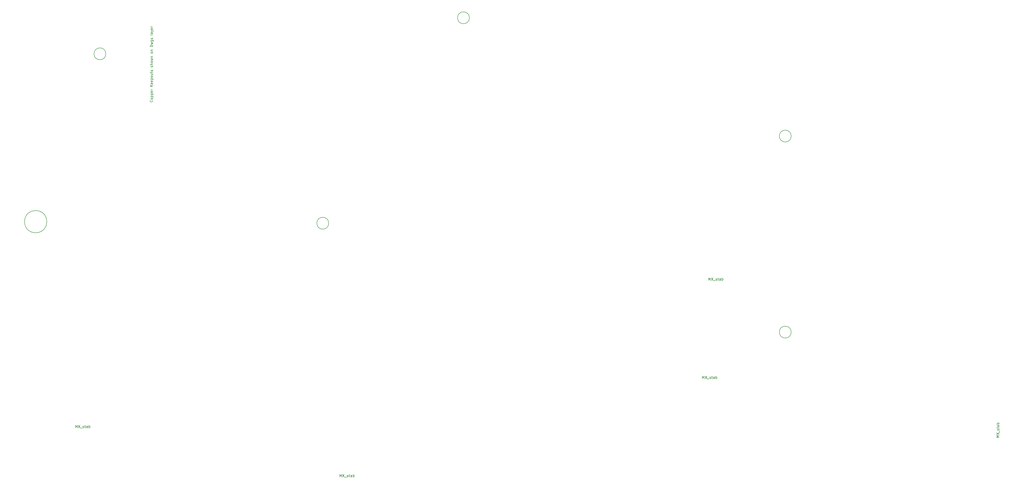
<source format=gbr>
%TF.GenerationSoftware,KiCad,Pcbnew,8.0.2*%
%TF.CreationDate,2024-06-15T15:47:28-07:00*%
%TF.ProjectId,dimension-PCB,64696d65-6e73-4696-9f6e-2d5043422e6b,rev?*%
%TF.SameCoordinates,Original*%
%TF.FileFunction,Other,Comment*%
%FSLAX46Y46*%
G04 Gerber Fmt 4.6, Leading zero omitted, Abs format (unit mm)*
G04 Created by KiCad (PCBNEW 8.0.2) date 2024-06-15 15:47:28*
%MOMM*%
%LPD*%
G01*
G04 APERTURE LIST*
%ADD10C,0.150000*%
G04 APERTURE END LIST*
D10*
X75570535Y-212412819D02*
X75570535Y-211412819D01*
X75570535Y-211412819D02*
X75903868Y-212127104D01*
X75903868Y-212127104D02*
X76237201Y-211412819D01*
X76237201Y-211412819D02*
X76237201Y-212412819D01*
X76618154Y-211412819D02*
X77284820Y-212412819D01*
X77284820Y-211412819D02*
X76618154Y-212412819D01*
X77427678Y-212508057D02*
X78189582Y-212508057D01*
X78380059Y-212365200D02*
X78475297Y-212412819D01*
X78475297Y-212412819D02*
X78665773Y-212412819D01*
X78665773Y-212412819D02*
X78761011Y-212365200D01*
X78761011Y-212365200D02*
X78808630Y-212269961D01*
X78808630Y-212269961D02*
X78808630Y-212222342D01*
X78808630Y-212222342D02*
X78761011Y-212127104D01*
X78761011Y-212127104D02*
X78665773Y-212079485D01*
X78665773Y-212079485D02*
X78522916Y-212079485D01*
X78522916Y-212079485D02*
X78427678Y-212031866D01*
X78427678Y-212031866D02*
X78380059Y-211936628D01*
X78380059Y-211936628D02*
X78380059Y-211889009D01*
X78380059Y-211889009D02*
X78427678Y-211793771D01*
X78427678Y-211793771D02*
X78522916Y-211746152D01*
X78522916Y-211746152D02*
X78665773Y-211746152D01*
X78665773Y-211746152D02*
X78761011Y-211793771D01*
X79094345Y-211746152D02*
X79475297Y-211746152D01*
X79237202Y-211412819D02*
X79237202Y-212269961D01*
X79237202Y-212269961D02*
X79284821Y-212365200D01*
X79284821Y-212365200D02*
X79380059Y-212412819D01*
X79380059Y-212412819D02*
X79475297Y-212412819D01*
X80237202Y-212412819D02*
X80237202Y-211889009D01*
X80237202Y-211889009D02*
X80189583Y-211793771D01*
X80189583Y-211793771D02*
X80094345Y-211746152D01*
X80094345Y-211746152D02*
X79903869Y-211746152D01*
X79903869Y-211746152D02*
X79808631Y-211793771D01*
X80237202Y-212365200D02*
X80141964Y-212412819D01*
X80141964Y-212412819D02*
X79903869Y-212412819D01*
X79903869Y-212412819D02*
X79808631Y-212365200D01*
X79808631Y-212365200D02*
X79761012Y-212269961D01*
X79761012Y-212269961D02*
X79761012Y-212174723D01*
X79761012Y-212174723D02*
X79808631Y-212079485D01*
X79808631Y-212079485D02*
X79903869Y-212031866D01*
X79903869Y-212031866D02*
X80141964Y-212031866D01*
X80141964Y-212031866D02*
X80237202Y-211984247D01*
X80713393Y-212412819D02*
X80713393Y-211412819D01*
X80713393Y-211793771D02*
X80808631Y-211746152D01*
X80808631Y-211746152D02*
X80999107Y-211746152D01*
X80999107Y-211746152D02*
X81094345Y-211793771D01*
X81094345Y-211793771D02*
X81141964Y-211841390D01*
X81141964Y-211841390D02*
X81189583Y-211936628D01*
X81189583Y-211936628D02*
X81189583Y-212222342D01*
X81189583Y-212222342D02*
X81141964Y-212317580D01*
X81141964Y-212317580D02*
X81094345Y-212365200D01*
X81094345Y-212365200D02*
X80999107Y-212412819D01*
X80999107Y-212412819D02*
X80808631Y-212412819D01*
X80808631Y-212412819D02*
X80713393Y-212365200D01*
X318458035Y-193362819D02*
X318458035Y-192362819D01*
X318458035Y-192362819D02*
X318791368Y-193077104D01*
X318791368Y-193077104D02*
X319124701Y-192362819D01*
X319124701Y-192362819D02*
X319124701Y-193362819D01*
X319505654Y-192362819D02*
X320172320Y-193362819D01*
X320172320Y-192362819D02*
X319505654Y-193362819D01*
X320315178Y-193458057D02*
X321077082Y-193458057D01*
X321267559Y-193315200D02*
X321362797Y-193362819D01*
X321362797Y-193362819D02*
X321553273Y-193362819D01*
X321553273Y-193362819D02*
X321648511Y-193315200D01*
X321648511Y-193315200D02*
X321696130Y-193219961D01*
X321696130Y-193219961D02*
X321696130Y-193172342D01*
X321696130Y-193172342D02*
X321648511Y-193077104D01*
X321648511Y-193077104D02*
X321553273Y-193029485D01*
X321553273Y-193029485D02*
X321410416Y-193029485D01*
X321410416Y-193029485D02*
X321315178Y-192981866D01*
X321315178Y-192981866D02*
X321267559Y-192886628D01*
X321267559Y-192886628D02*
X321267559Y-192839009D01*
X321267559Y-192839009D02*
X321315178Y-192743771D01*
X321315178Y-192743771D02*
X321410416Y-192696152D01*
X321410416Y-192696152D02*
X321553273Y-192696152D01*
X321553273Y-192696152D02*
X321648511Y-192743771D01*
X321981845Y-192696152D02*
X322362797Y-192696152D01*
X322124702Y-192362819D02*
X322124702Y-193219961D01*
X322124702Y-193219961D02*
X322172321Y-193315200D01*
X322172321Y-193315200D02*
X322267559Y-193362819D01*
X322267559Y-193362819D02*
X322362797Y-193362819D01*
X323124702Y-193362819D02*
X323124702Y-192839009D01*
X323124702Y-192839009D02*
X323077083Y-192743771D01*
X323077083Y-192743771D02*
X322981845Y-192696152D01*
X322981845Y-192696152D02*
X322791369Y-192696152D01*
X322791369Y-192696152D02*
X322696131Y-192743771D01*
X323124702Y-193315200D02*
X323029464Y-193362819D01*
X323029464Y-193362819D02*
X322791369Y-193362819D01*
X322791369Y-193362819D02*
X322696131Y-193315200D01*
X322696131Y-193315200D02*
X322648512Y-193219961D01*
X322648512Y-193219961D02*
X322648512Y-193124723D01*
X322648512Y-193124723D02*
X322696131Y-193029485D01*
X322696131Y-193029485D02*
X322791369Y-192981866D01*
X322791369Y-192981866D02*
X323029464Y-192981866D01*
X323029464Y-192981866D02*
X323124702Y-192934247D01*
X323600893Y-193362819D02*
X323600893Y-192362819D01*
X323600893Y-192743771D02*
X323696131Y-192696152D01*
X323696131Y-192696152D02*
X323886607Y-192696152D01*
X323886607Y-192696152D02*
X323981845Y-192743771D01*
X323981845Y-192743771D02*
X324029464Y-192791390D01*
X324029464Y-192791390D02*
X324077083Y-192886628D01*
X324077083Y-192886628D02*
X324077083Y-193172342D01*
X324077083Y-193172342D02*
X324029464Y-193267580D01*
X324029464Y-193267580D02*
X323981845Y-193315200D01*
X323981845Y-193315200D02*
X323886607Y-193362819D01*
X323886607Y-193362819D02*
X323696131Y-193362819D01*
X323696131Y-193362819D02*
X323600893Y-193315200D01*
X320839285Y-155262819D02*
X320839285Y-154262819D01*
X320839285Y-154262819D02*
X321172618Y-154977104D01*
X321172618Y-154977104D02*
X321505951Y-154262819D01*
X321505951Y-154262819D02*
X321505951Y-155262819D01*
X321886904Y-154262819D02*
X322553570Y-155262819D01*
X322553570Y-154262819D02*
X321886904Y-155262819D01*
X322696428Y-155358057D02*
X323458332Y-155358057D01*
X323648809Y-155215200D02*
X323744047Y-155262819D01*
X323744047Y-155262819D02*
X323934523Y-155262819D01*
X323934523Y-155262819D02*
X324029761Y-155215200D01*
X324029761Y-155215200D02*
X324077380Y-155119961D01*
X324077380Y-155119961D02*
X324077380Y-155072342D01*
X324077380Y-155072342D02*
X324029761Y-154977104D01*
X324029761Y-154977104D02*
X323934523Y-154929485D01*
X323934523Y-154929485D02*
X323791666Y-154929485D01*
X323791666Y-154929485D02*
X323696428Y-154881866D01*
X323696428Y-154881866D02*
X323648809Y-154786628D01*
X323648809Y-154786628D02*
X323648809Y-154739009D01*
X323648809Y-154739009D02*
X323696428Y-154643771D01*
X323696428Y-154643771D02*
X323791666Y-154596152D01*
X323791666Y-154596152D02*
X323934523Y-154596152D01*
X323934523Y-154596152D02*
X324029761Y-154643771D01*
X324363095Y-154596152D02*
X324744047Y-154596152D01*
X324505952Y-154262819D02*
X324505952Y-155119961D01*
X324505952Y-155119961D02*
X324553571Y-155215200D01*
X324553571Y-155215200D02*
X324648809Y-155262819D01*
X324648809Y-155262819D02*
X324744047Y-155262819D01*
X325505952Y-155262819D02*
X325505952Y-154739009D01*
X325505952Y-154739009D02*
X325458333Y-154643771D01*
X325458333Y-154643771D02*
X325363095Y-154596152D01*
X325363095Y-154596152D02*
X325172619Y-154596152D01*
X325172619Y-154596152D02*
X325077381Y-154643771D01*
X325505952Y-155215200D02*
X325410714Y-155262819D01*
X325410714Y-155262819D02*
X325172619Y-155262819D01*
X325172619Y-155262819D02*
X325077381Y-155215200D01*
X325077381Y-155215200D02*
X325029762Y-155119961D01*
X325029762Y-155119961D02*
X325029762Y-155024723D01*
X325029762Y-155024723D02*
X325077381Y-154929485D01*
X325077381Y-154929485D02*
X325172619Y-154881866D01*
X325172619Y-154881866D02*
X325410714Y-154881866D01*
X325410714Y-154881866D02*
X325505952Y-154834247D01*
X325982143Y-155262819D02*
X325982143Y-154262819D01*
X325982143Y-154643771D02*
X326077381Y-154596152D01*
X326077381Y-154596152D02*
X326267857Y-154596152D01*
X326267857Y-154596152D02*
X326363095Y-154643771D01*
X326363095Y-154643771D02*
X326410714Y-154691390D01*
X326410714Y-154691390D02*
X326458333Y-154786628D01*
X326458333Y-154786628D02*
X326458333Y-155072342D01*
X326458333Y-155072342D02*
X326410714Y-155167580D01*
X326410714Y-155167580D02*
X326363095Y-155215200D01*
X326363095Y-155215200D02*
X326267857Y-155262819D01*
X326267857Y-155262819D02*
X326077381Y-155262819D01*
X326077381Y-155262819D02*
X325982143Y-155215200D01*
X177964285Y-231462819D02*
X177964285Y-230462819D01*
X177964285Y-230462819D02*
X178297618Y-231177104D01*
X178297618Y-231177104D02*
X178630951Y-230462819D01*
X178630951Y-230462819D02*
X178630951Y-231462819D01*
X179011904Y-230462819D02*
X179678570Y-231462819D01*
X179678570Y-230462819D02*
X179011904Y-231462819D01*
X179821428Y-231558057D02*
X180583332Y-231558057D01*
X180773809Y-231415200D02*
X180869047Y-231462819D01*
X180869047Y-231462819D02*
X181059523Y-231462819D01*
X181059523Y-231462819D02*
X181154761Y-231415200D01*
X181154761Y-231415200D02*
X181202380Y-231319961D01*
X181202380Y-231319961D02*
X181202380Y-231272342D01*
X181202380Y-231272342D02*
X181154761Y-231177104D01*
X181154761Y-231177104D02*
X181059523Y-231129485D01*
X181059523Y-231129485D02*
X180916666Y-231129485D01*
X180916666Y-231129485D02*
X180821428Y-231081866D01*
X180821428Y-231081866D02*
X180773809Y-230986628D01*
X180773809Y-230986628D02*
X180773809Y-230939009D01*
X180773809Y-230939009D02*
X180821428Y-230843771D01*
X180821428Y-230843771D02*
X180916666Y-230796152D01*
X180916666Y-230796152D02*
X181059523Y-230796152D01*
X181059523Y-230796152D02*
X181154761Y-230843771D01*
X181488095Y-230796152D02*
X181869047Y-230796152D01*
X181630952Y-230462819D02*
X181630952Y-231319961D01*
X181630952Y-231319961D02*
X181678571Y-231415200D01*
X181678571Y-231415200D02*
X181773809Y-231462819D01*
X181773809Y-231462819D02*
X181869047Y-231462819D01*
X182630952Y-231462819D02*
X182630952Y-230939009D01*
X182630952Y-230939009D02*
X182583333Y-230843771D01*
X182583333Y-230843771D02*
X182488095Y-230796152D01*
X182488095Y-230796152D02*
X182297619Y-230796152D01*
X182297619Y-230796152D02*
X182202381Y-230843771D01*
X182630952Y-231415200D02*
X182535714Y-231462819D01*
X182535714Y-231462819D02*
X182297619Y-231462819D01*
X182297619Y-231462819D02*
X182202381Y-231415200D01*
X182202381Y-231415200D02*
X182154762Y-231319961D01*
X182154762Y-231319961D02*
X182154762Y-231224723D01*
X182154762Y-231224723D02*
X182202381Y-231129485D01*
X182202381Y-231129485D02*
X182297619Y-231081866D01*
X182297619Y-231081866D02*
X182535714Y-231081866D01*
X182535714Y-231081866D02*
X182630952Y-231034247D01*
X183107143Y-231462819D02*
X183107143Y-230462819D01*
X183107143Y-230843771D02*
X183202381Y-230796152D01*
X183202381Y-230796152D02*
X183392857Y-230796152D01*
X183392857Y-230796152D02*
X183488095Y-230843771D01*
X183488095Y-230843771D02*
X183535714Y-230891390D01*
X183535714Y-230891390D02*
X183583333Y-230986628D01*
X183583333Y-230986628D02*
X183583333Y-231272342D01*
X183583333Y-231272342D02*
X183535714Y-231367580D01*
X183535714Y-231367580D02*
X183488095Y-231415200D01*
X183488095Y-231415200D02*
X183392857Y-231462819D01*
X183392857Y-231462819D02*
X183202381Y-231462819D01*
X183202381Y-231462819D02*
X183107143Y-231415200D01*
X433412819Y-216140714D02*
X432412819Y-216140714D01*
X432412819Y-216140714D02*
X433127104Y-215807381D01*
X433127104Y-215807381D02*
X432412819Y-215474048D01*
X432412819Y-215474048D02*
X433412819Y-215474048D01*
X432412819Y-215093095D02*
X433412819Y-214426429D01*
X432412819Y-214426429D02*
X433412819Y-215093095D01*
X433508057Y-214283572D02*
X433508057Y-213521667D01*
X433365200Y-213331190D02*
X433412819Y-213235952D01*
X433412819Y-213235952D02*
X433412819Y-213045476D01*
X433412819Y-213045476D02*
X433365200Y-212950238D01*
X433365200Y-212950238D02*
X433269961Y-212902619D01*
X433269961Y-212902619D02*
X433222342Y-212902619D01*
X433222342Y-212902619D02*
X433127104Y-212950238D01*
X433127104Y-212950238D02*
X433079485Y-213045476D01*
X433079485Y-213045476D02*
X433079485Y-213188333D01*
X433079485Y-213188333D02*
X433031866Y-213283571D01*
X433031866Y-213283571D02*
X432936628Y-213331190D01*
X432936628Y-213331190D02*
X432889009Y-213331190D01*
X432889009Y-213331190D02*
X432793771Y-213283571D01*
X432793771Y-213283571D02*
X432746152Y-213188333D01*
X432746152Y-213188333D02*
X432746152Y-213045476D01*
X432746152Y-213045476D02*
X432793771Y-212950238D01*
X432746152Y-212616904D02*
X432746152Y-212235952D01*
X432412819Y-212474047D02*
X433269961Y-212474047D01*
X433269961Y-212474047D02*
X433365200Y-212426428D01*
X433365200Y-212426428D02*
X433412819Y-212331190D01*
X433412819Y-212331190D02*
X433412819Y-212235952D01*
X433412819Y-211474047D02*
X432889009Y-211474047D01*
X432889009Y-211474047D02*
X432793771Y-211521666D01*
X432793771Y-211521666D02*
X432746152Y-211616904D01*
X432746152Y-211616904D02*
X432746152Y-211807380D01*
X432746152Y-211807380D02*
X432793771Y-211902618D01*
X433365200Y-211474047D02*
X433412819Y-211569285D01*
X433412819Y-211569285D02*
X433412819Y-211807380D01*
X433412819Y-211807380D02*
X433365200Y-211902618D01*
X433365200Y-211902618D02*
X433269961Y-211950237D01*
X433269961Y-211950237D02*
X433174723Y-211950237D01*
X433174723Y-211950237D02*
X433079485Y-211902618D01*
X433079485Y-211902618D02*
X433031866Y-211807380D01*
X433031866Y-211807380D02*
X433031866Y-211569285D01*
X433031866Y-211569285D02*
X432984247Y-211474047D01*
X433412819Y-210997856D02*
X432412819Y-210997856D01*
X432793771Y-210997856D02*
X432746152Y-210902618D01*
X432746152Y-210902618D02*
X432746152Y-210712142D01*
X432746152Y-210712142D02*
X432793771Y-210616904D01*
X432793771Y-210616904D02*
X432841390Y-210569285D01*
X432841390Y-210569285D02*
X432936628Y-210521666D01*
X432936628Y-210521666D02*
X433222342Y-210521666D01*
X433222342Y-210521666D02*
X433317580Y-210569285D01*
X433317580Y-210569285D02*
X433365200Y-210616904D01*
X433365200Y-210616904D02*
X433412819Y-210712142D01*
X433412819Y-210712142D02*
X433412819Y-210902618D01*
X433412819Y-210902618D02*
X433365200Y-210997856D01*
X105359580Y-85500002D02*
X105407200Y-85547621D01*
X105407200Y-85547621D02*
X105454819Y-85690478D01*
X105454819Y-85690478D02*
X105454819Y-85785716D01*
X105454819Y-85785716D02*
X105407200Y-85928573D01*
X105407200Y-85928573D02*
X105311961Y-86023811D01*
X105311961Y-86023811D02*
X105216723Y-86071430D01*
X105216723Y-86071430D02*
X105026247Y-86119049D01*
X105026247Y-86119049D02*
X104883390Y-86119049D01*
X104883390Y-86119049D02*
X104692914Y-86071430D01*
X104692914Y-86071430D02*
X104597676Y-86023811D01*
X104597676Y-86023811D02*
X104502438Y-85928573D01*
X104502438Y-85928573D02*
X104454819Y-85785716D01*
X104454819Y-85785716D02*
X104454819Y-85690478D01*
X104454819Y-85690478D02*
X104502438Y-85547621D01*
X104502438Y-85547621D02*
X104550057Y-85500002D01*
X105454819Y-84928573D02*
X105407200Y-85023811D01*
X105407200Y-85023811D02*
X105359580Y-85071430D01*
X105359580Y-85071430D02*
X105264342Y-85119049D01*
X105264342Y-85119049D02*
X104978628Y-85119049D01*
X104978628Y-85119049D02*
X104883390Y-85071430D01*
X104883390Y-85071430D02*
X104835771Y-85023811D01*
X104835771Y-85023811D02*
X104788152Y-84928573D01*
X104788152Y-84928573D02*
X104788152Y-84785716D01*
X104788152Y-84785716D02*
X104835771Y-84690478D01*
X104835771Y-84690478D02*
X104883390Y-84642859D01*
X104883390Y-84642859D02*
X104978628Y-84595240D01*
X104978628Y-84595240D02*
X105264342Y-84595240D01*
X105264342Y-84595240D02*
X105359580Y-84642859D01*
X105359580Y-84642859D02*
X105407200Y-84690478D01*
X105407200Y-84690478D02*
X105454819Y-84785716D01*
X105454819Y-84785716D02*
X105454819Y-84928573D01*
X104788152Y-84166668D02*
X105788152Y-84166668D01*
X104835771Y-84166668D02*
X104788152Y-84071430D01*
X104788152Y-84071430D02*
X104788152Y-83880954D01*
X104788152Y-83880954D02*
X104835771Y-83785716D01*
X104835771Y-83785716D02*
X104883390Y-83738097D01*
X104883390Y-83738097D02*
X104978628Y-83690478D01*
X104978628Y-83690478D02*
X105264342Y-83690478D01*
X105264342Y-83690478D02*
X105359580Y-83738097D01*
X105359580Y-83738097D02*
X105407200Y-83785716D01*
X105407200Y-83785716D02*
X105454819Y-83880954D01*
X105454819Y-83880954D02*
X105454819Y-84071430D01*
X105454819Y-84071430D02*
X105407200Y-84166668D01*
X104788152Y-83261906D02*
X105788152Y-83261906D01*
X104835771Y-83261906D02*
X104788152Y-83166668D01*
X104788152Y-83166668D02*
X104788152Y-82976192D01*
X104788152Y-82976192D02*
X104835771Y-82880954D01*
X104835771Y-82880954D02*
X104883390Y-82833335D01*
X104883390Y-82833335D02*
X104978628Y-82785716D01*
X104978628Y-82785716D02*
X105264342Y-82785716D01*
X105264342Y-82785716D02*
X105359580Y-82833335D01*
X105359580Y-82833335D02*
X105407200Y-82880954D01*
X105407200Y-82880954D02*
X105454819Y-82976192D01*
X105454819Y-82976192D02*
X105454819Y-83166668D01*
X105454819Y-83166668D02*
X105407200Y-83261906D01*
X105407200Y-81976192D02*
X105454819Y-82071430D01*
X105454819Y-82071430D02*
X105454819Y-82261906D01*
X105454819Y-82261906D02*
X105407200Y-82357144D01*
X105407200Y-82357144D02*
X105311961Y-82404763D01*
X105311961Y-82404763D02*
X104931009Y-82404763D01*
X104931009Y-82404763D02*
X104835771Y-82357144D01*
X104835771Y-82357144D02*
X104788152Y-82261906D01*
X104788152Y-82261906D02*
X104788152Y-82071430D01*
X104788152Y-82071430D02*
X104835771Y-81976192D01*
X104835771Y-81976192D02*
X104931009Y-81928573D01*
X104931009Y-81928573D02*
X105026247Y-81928573D01*
X105026247Y-81928573D02*
X105121485Y-82404763D01*
X105454819Y-81500001D02*
X104788152Y-81500001D01*
X104978628Y-81500001D02*
X104883390Y-81452382D01*
X104883390Y-81452382D02*
X104835771Y-81404763D01*
X104835771Y-81404763D02*
X104788152Y-81309525D01*
X104788152Y-81309525D02*
X104788152Y-81214287D01*
X105454819Y-80119048D02*
X104454819Y-80119048D01*
X105454819Y-79547620D02*
X104883390Y-79976191D01*
X104454819Y-79547620D02*
X105026247Y-80119048D01*
X105407200Y-78738096D02*
X105454819Y-78833334D01*
X105454819Y-78833334D02*
X105454819Y-79023810D01*
X105454819Y-79023810D02*
X105407200Y-79119048D01*
X105407200Y-79119048D02*
X105311961Y-79166667D01*
X105311961Y-79166667D02*
X104931009Y-79166667D01*
X104931009Y-79166667D02*
X104835771Y-79119048D01*
X104835771Y-79119048D02*
X104788152Y-79023810D01*
X104788152Y-79023810D02*
X104788152Y-78833334D01*
X104788152Y-78833334D02*
X104835771Y-78738096D01*
X104835771Y-78738096D02*
X104931009Y-78690477D01*
X104931009Y-78690477D02*
X105026247Y-78690477D01*
X105026247Y-78690477D02*
X105121485Y-79166667D01*
X105407200Y-77880953D02*
X105454819Y-77976191D01*
X105454819Y-77976191D02*
X105454819Y-78166667D01*
X105454819Y-78166667D02*
X105407200Y-78261905D01*
X105407200Y-78261905D02*
X105311961Y-78309524D01*
X105311961Y-78309524D02*
X104931009Y-78309524D01*
X104931009Y-78309524D02*
X104835771Y-78261905D01*
X104835771Y-78261905D02*
X104788152Y-78166667D01*
X104788152Y-78166667D02*
X104788152Y-77976191D01*
X104788152Y-77976191D02*
X104835771Y-77880953D01*
X104835771Y-77880953D02*
X104931009Y-77833334D01*
X104931009Y-77833334D02*
X105026247Y-77833334D01*
X105026247Y-77833334D02*
X105121485Y-78309524D01*
X104788152Y-77404762D02*
X105788152Y-77404762D01*
X104835771Y-77404762D02*
X104788152Y-77309524D01*
X104788152Y-77309524D02*
X104788152Y-77119048D01*
X104788152Y-77119048D02*
X104835771Y-77023810D01*
X104835771Y-77023810D02*
X104883390Y-76976191D01*
X104883390Y-76976191D02*
X104978628Y-76928572D01*
X104978628Y-76928572D02*
X105264342Y-76928572D01*
X105264342Y-76928572D02*
X105359580Y-76976191D01*
X105359580Y-76976191D02*
X105407200Y-77023810D01*
X105407200Y-77023810D02*
X105454819Y-77119048D01*
X105454819Y-77119048D02*
X105454819Y-77309524D01*
X105454819Y-77309524D02*
X105407200Y-77404762D01*
X105454819Y-76357143D02*
X105407200Y-76452381D01*
X105407200Y-76452381D02*
X105359580Y-76500000D01*
X105359580Y-76500000D02*
X105264342Y-76547619D01*
X105264342Y-76547619D02*
X104978628Y-76547619D01*
X104978628Y-76547619D02*
X104883390Y-76500000D01*
X104883390Y-76500000D02*
X104835771Y-76452381D01*
X104835771Y-76452381D02*
X104788152Y-76357143D01*
X104788152Y-76357143D02*
X104788152Y-76214286D01*
X104788152Y-76214286D02*
X104835771Y-76119048D01*
X104835771Y-76119048D02*
X104883390Y-76071429D01*
X104883390Y-76071429D02*
X104978628Y-76023810D01*
X104978628Y-76023810D02*
X105264342Y-76023810D01*
X105264342Y-76023810D02*
X105359580Y-76071429D01*
X105359580Y-76071429D02*
X105407200Y-76119048D01*
X105407200Y-76119048D02*
X105454819Y-76214286D01*
X105454819Y-76214286D02*
X105454819Y-76357143D01*
X104788152Y-75166667D02*
X105454819Y-75166667D01*
X104788152Y-75595238D02*
X105311961Y-75595238D01*
X105311961Y-75595238D02*
X105407200Y-75547619D01*
X105407200Y-75547619D02*
X105454819Y-75452381D01*
X105454819Y-75452381D02*
X105454819Y-75309524D01*
X105454819Y-75309524D02*
X105407200Y-75214286D01*
X105407200Y-75214286D02*
X105359580Y-75166667D01*
X104788152Y-74833333D02*
X104788152Y-74452381D01*
X104454819Y-74690476D02*
X105311961Y-74690476D01*
X105311961Y-74690476D02*
X105407200Y-74642857D01*
X105407200Y-74642857D02*
X105454819Y-74547619D01*
X105454819Y-74547619D02*
X105454819Y-74452381D01*
X105407200Y-74166666D02*
X105454819Y-74071428D01*
X105454819Y-74071428D02*
X105454819Y-73880952D01*
X105454819Y-73880952D02*
X105407200Y-73785714D01*
X105407200Y-73785714D02*
X105311961Y-73738095D01*
X105311961Y-73738095D02*
X105264342Y-73738095D01*
X105264342Y-73738095D02*
X105169104Y-73785714D01*
X105169104Y-73785714D02*
X105121485Y-73880952D01*
X105121485Y-73880952D02*
X105121485Y-74023809D01*
X105121485Y-74023809D02*
X105073866Y-74119047D01*
X105073866Y-74119047D02*
X104978628Y-74166666D01*
X104978628Y-74166666D02*
X104931009Y-74166666D01*
X104931009Y-74166666D02*
X104835771Y-74119047D01*
X104835771Y-74119047D02*
X104788152Y-74023809D01*
X104788152Y-74023809D02*
X104788152Y-73880952D01*
X104788152Y-73880952D02*
X104835771Y-73785714D01*
X105407200Y-72595237D02*
X105454819Y-72499999D01*
X105454819Y-72499999D02*
X105454819Y-72309523D01*
X105454819Y-72309523D02*
X105407200Y-72214285D01*
X105407200Y-72214285D02*
X105311961Y-72166666D01*
X105311961Y-72166666D02*
X105264342Y-72166666D01*
X105264342Y-72166666D02*
X105169104Y-72214285D01*
X105169104Y-72214285D02*
X105121485Y-72309523D01*
X105121485Y-72309523D02*
X105121485Y-72452380D01*
X105121485Y-72452380D02*
X105073866Y-72547618D01*
X105073866Y-72547618D02*
X104978628Y-72595237D01*
X104978628Y-72595237D02*
X104931009Y-72595237D01*
X104931009Y-72595237D02*
X104835771Y-72547618D01*
X104835771Y-72547618D02*
X104788152Y-72452380D01*
X104788152Y-72452380D02*
X104788152Y-72309523D01*
X104788152Y-72309523D02*
X104835771Y-72214285D01*
X105454819Y-71738094D02*
X104454819Y-71738094D01*
X105454819Y-71309523D02*
X104931009Y-71309523D01*
X104931009Y-71309523D02*
X104835771Y-71357142D01*
X104835771Y-71357142D02*
X104788152Y-71452380D01*
X104788152Y-71452380D02*
X104788152Y-71595237D01*
X104788152Y-71595237D02*
X104835771Y-71690475D01*
X104835771Y-71690475D02*
X104883390Y-71738094D01*
X105454819Y-70690475D02*
X105407200Y-70785713D01*
X105407200Y-70785713D02*
X105359580Y-70833332D01*
X105359580Y-70833332D02*
X105264342Y-70880951D01*
X105264342Y-70880951D02*
X104978628Y-70880951D01*
X104978628Y-70880951D02*
X104883390Y-70833332D01*
X104883390Y-70833332D02*
X104835771Y-70785713D01*
X104835771Y-70785713D02*
X104788152Y-70690475D01*
X104788152Y-70690475D02*
X104788152Y-70547618D01*
X104788152Y-70547618D02*
X104835771Y-70452380D01*
X104835771Y-70452380D02*
X104883390Y-70404761D01*
X104883390Y-70404761D02*
X104978628Y-70357142D01*
X104978628Y-70357142D02*
X105264342Y-70357142D01*
X105264342Y-70357142D02*
X105359580Y-70404761D01*
X105359580Y-70404761D02*
X105407200Y-70452380D01*
X105407200Y-70452380D02*
X105454819Y-70547618D01*
X105454819Y-70547618D02*
X105454819Y-70690475D01*
X104788152Y-70023808D02*
X105454819Y-69833332D01*
X105454819Y-69833332D02*
X104978628Y-69642856D01*
X104978628Y-69642856D02*
X105454819Y-69452380D01*
X105454819Y-69452380D02*
X104788152Y-69261904D01*
X104788152Y-68880951D02*
X105454819Y-68880951D01*
X104883390Y-68880951D02*
X104835771Y-68833332D01*
X104835771Y-68833332D02*
X104788152Y-68738094D01*
X104788152Y-68738094D02*
X104788152Y-68595237D01*
X104788152Y-68595237D02*
X104835771Y-68499999D01*
X104835771Y-68499999D02*
X104931009Y-68452380D01*
X104931009Y-68452380D02*
X105454819Y-68452380D01*
X105454819Y-67071427D02*
X105407200Y-67166665D01*
X105407200Y-67166665D02*
X105359580Y-67214284D01*
X105359580Y-67214284D02*
X105264342Y-67261903D01*
X105264342Y-67261903D02*
X104978628Y-67261903D01*
X104978628Y-67261903D02*
X104883390Y-67214284D01*
X104883390Y-67214284D02*
X104835771Y-67166665D01*
X104835771Y-67166665D02*
X104788152Y-67071427D01*
X104788152Y-67071427D02*
X104788152Y-66928570D01*
X104788152Y-66928570D02*
X104835771Y-66833332D01*
X104835771Y-66833332D02*
X104883390Y-66785713D01*
X104883390Y-66785713D02*
X104978628Y-66738094D01*
X104978628Y-66738094D02*
X105264342Y-66738094D01*
X105264342Y-66738094D02*
X105359580Y-66785713D01*
X105359580Y-66785713D02*
X105407200Y-66833332D01*
X105407200Y-66833332D02*
X105454819Y-66928570D01*
X105454819Y-66928570D02*
X105454819Y-67071427D01*
X104788152Y-66309522D02*
X105454819Y-66309522D01*
X104883390Y-66309522D02*
X104835771Y-66261903D01*
X104835771Y-66261903D02*
X104788152Y-66166665D01*
X104788152Y-66166665D02*
X104788152Y-66023808D01*
X104788152Y-66023808D02*
X104835771Y-65928570D01*
X104835771Y-65928570D02*
X104931009Y-65880951D01*
X104931009Y-65880951D02*
X105454819Y-65880951D01*
X105454819Y-64642855D02*
X104454819Y-64642855D01*
X104454819Y-64642855D02*
X104454819Y-64404760D01*
X104454819Y-64404760D02*
X104502438Y-64261903D01*
X104502438Y-64261903D02*
X104597676Y-64166665D01*
X104597676Y-64166665D02*
X104692914Y-64119046D01*
X104692914Y-64119046D02*
X104883390Y-64071427D01*
X104883390Y-64071427D02*
X105026247Y-64071427D01*
X105026247Y-64071427D02*
X105216723Y-64119046D01*
X105216723Y-64119046D02*
X105311961Y-64166665D01*
X105311961Y-64166665D02*
X105407200Y-64261903D01*
X105407200Y-64261903D02*
X105454819Y-64404760D01*
X105454819Y-64404760D02*
X105454819Y-64642855D01*
X104788152Y-63738093D02*
X105454819Y-63547617D01*
X105454819Y-63547617D02*
X104978628Y-63357141D01*
X104978628Y-63357141D02*
X105454819Y-63166665D01*
X105454819Y-63166665D02*
X104788152Y-62976189D01*
X104788152Y-62166665D02*
X105597676Y-62166665D01*
X105597676Y-62166665D02*
X105692914Y-62214284D01*
X105692914Y-62214284D02*
X105740533Y-62261903D01*
X105740533Y-62261903D02*
X105788152Y-62357141D01*
X105788152Y-62357141D02*
X105788152Y-62499998D01*
X105788152Y-62499998D02*
X105740533Y-62595236D01*
X105407200Y-62166665D02*
X105454819Y-62261903D01*
X105454819Y-62261903D02*
X105454819Y-62452379D01*
X105454819Y-62452379D02*
X105407200Y-62547617D01*
X105407200Y-62547617D02*
X105359580Y-62595236D01*
X105359580Y-62595236D02*
X105264342Y-62642855D01*
X105264342Y-62642855D02*
X104978628Y-62642855D01*
X104978628Y-62642855D02*
X104883390Y-62595236D01*
X104883390Y-62595236D02*
X104835771Y-62547617D01*
X104835771Y-62547617D02*
X104788152Y-62452379D01*
X104788152Y-62452379D02*
X104788152Y-62261903D01*
X104788152Y-62261903D02*
X104835771Y-62166665D01*
X105407200Y-61738093D02*
X105454819Y-61642855D01*
X105454819Y-61642855D02*
X105454819Y-61452379D01*
X105454819Y-61452379D02*
X105407200Y-61357141D01*
X105407200Y-61357141D02*
X105311961Y-61309522D01*
X105311961Y-61309522D02*
X105264342Y-61309522D01*
X105264342Y-61309522D02*
X105169104Y-61357141D01*
X105169104Y-61357141D02*
X105121485Y-61452379D01*
X105121485Y-61452379D02*
X105121485Y-61595236D01*
X105121485Y-61595236D02*
X105073866Y-61690474D01*
X105073866Y-61690474D02*
X104978628Y-61738093D01*
X104978628Y-61738093D02*
X104931009Y-61738093D01*
X104931009Y-61738093D02*
X104835771Y-61690474D01*
X104835771Y-61690474D02*
X104788152Y-61595236D01*
X104788152Y-61595236D02*
X104788152Y-61452379D01*
X104788152Y-61452379D02*
X104835771Y-61357141D01*
X105454819Y-59976188D02*
X105407200Y-60071426D01*
X105407200Y-60071426D02*
X105311961Y-60119045D01*
X105311961Y-60119045D02*
X104454819Y-60119045D01*
X105454819Y-59166664D02*
X104931009Y-59166664D01*
X104931009Y-59166664D02*
X104835771Y-59214283D01*
X104835771Y-59214283D02*
X104788152Y-59309521D01*
X104788152Y-59309521D02*
X104788152Y-59499997D01*
X104788152Y-59499997D02*
X104835771Y-59595235D01*
X105407200Y-59166664D02*
X105454819Y-59261902D01*
X105454819Y-59261902D02*
X105454819Y-59499997D01*
X105454819Y-59499997D02*
X105407200Y-59595235D01*
X105407200Y-59595235D02*
X105311961Y-59642854D01*
X105311961Y-59642854D02*
X105216723Y-59642854D01*
X105216723Y-59642854D02*
X105121485Y-59595235D01*
X105121485Y-59595235D02*
X105073866Y-59499997D01*
X105073866Y-59499997D02*
X105073866Y-59261902D01*
X105073866Y-59261902D02*
X105026247Y-59166664D01*
X104788152Y-58785711D02*
X105454819Y-58547616D01*
X104788152Y-58309521D02*
X105454819Y-58547616D01*
X105454819Y-58547616D02*
X105692914Y-58642854D01*
X105692914Y-58642854D02*
X105740533Y-58690473D01*
X105740533Y-58690473D02*
X105788152Y-58785711D01*
X105407200Y-57547616D02*
X105454819Y-57642854D01*
X105454819Y-57642854D02*
X105454819Y-57833330D01*
X105454819Y-57833330D02*
X105407200Y-57928568D01*
X105407200Y-57928568D02*
X105311961Y-57976187D01*
X105311961Y-57976187D02*
X104931009Y-57976187D01*
X104931009Y-57976187D02*
X104835771Y-57928568D01*
X104835771Y-57928568D02*
X104788152Y-57833330D01*
X104788152Y-57833330D02*
X104788152Y-57642854D01*
X104788152Y-57642854D02*
X104835771Y-57547616D01*
X104835771Y-57547616D02*
X104931009Y-57499997D01*
X104931009Y-57499997D02*
X105026247Y-57499997D01*
X105026247Y-57499997D02*
X105121485Y-57976187D01*
X105454819Y-57071425D02*
X104788152Y-57071425D01*
X104978628Y-57071425D02*
X104883390Y-57023806D01*
X104883390Y-57023806D02*
X104835771Y-56976187D01*
X104835771Y-56976187D02*
X104788152Y-56880949D01*
X104788152Y-56880949D02*
X104788152Y-56785711D01*
%TO.C,H3*%
X352850000Y-99317500D02*
G75*
G02*
X348250000Y-99317500I-2300000J0D01*
G01*
X348250000Y-99317500D02*
G75*
G02*
X352850000Y-99317500I2300000J0D01*
G01*
%TO.C,H4*%
X352850000Y-175317500D02*
G75*
G02*
X348250000Y-175317500I-2300000J0D01*
G01*
X348250000Y-175317500D02*
G75*
G02*
X352850000Y-175317500I2300000J0D01*
G01*
%TO.C,H6*%
X87300000Y-67440000D02*
G75*
G02*
X82700000Y-67440000I-2300000J0D01*
G01*
X82700000Y-67440000D02*
G75*
G02*
X87300000Y-67440000I2300000J0D01*
G01*
%TO.C,H1*%
X64420000Y-132510000D02*
G75*
G02*
X55820000Y-132510000I-4300000J0D01*
G01*
X55820000Y-132510000D02*
G75*
G02*
X64420000Y-132510000I4300000J0D01*
G01*
%TO.C,H5*%
X173650000Y-133105000D02*
G75*
G02*
X169050000Y-133105000I-2300000J0D01*
G01*
X169050000Y-133105000D02*
G75*
G02*
X173650000Y-133105000I2300000J0D01*
G01*
%TO.C,H2*%
X228160000Y-53480000D02*
G75*
G02*
X223560000Y-53480000I-2300000J0D01*
G01*
X223560000Y-53480000D02*
G75*
G02*
X228160000Y-53480000I2300000J0D01*
G01*
%TD*%
M02*

</source>
